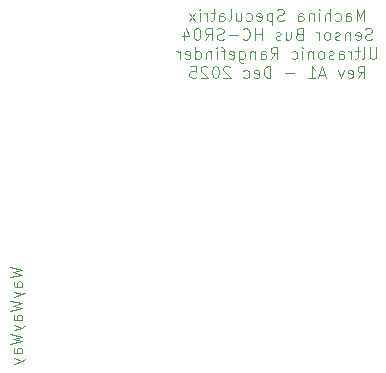
<source format=gbr>
%TF.GenerationSoftware,KiCad,Pcbnew,9.0.4*%
%TF.CreationDate,2025-12-10T09:51:26+01:00*%
%TF.ProjectId,SB_Mod_SR04,53425f4d-6f64-45f5-9352-30342e6b6963,rev?*%
%TF.SameCoordinates,Original*%
%TF.FileFunction,Legend,Bot*%
%TF.FilePolarity,Positive*%
%FSLAX46Y46*%
G04 Gerber Fmt 4.6, Leading zero omitted, Abs format (unit mm)*
G04 Created by KiCad (PCBNEW 9.0.4) date 2025-12-10 09:51:26*
%MOMM*%
%LPD*%
G01*
G04 APERTURE LIST*
%ADD10C,0.100000*%
G04 APERTURE END LIST*
D10*
X132298152Y-87371587D02*
X132298152Y-86371587D01*
X132298152Y-86371587D02*
X131964819Y-87085872D01*
X131964819Y-87085872D02*
X131631486Y-86371587D01*
X131631486Y-86371587D02*
X131631486Y-87371587D01*
X130726724Y-87371587D02*
X130726724Y-86847777D01*
X130726724Y-86847777D02*
X130774343Y-86752539D01*
X130774343Y-86752539D02*
X130869581Y-86704920D01*
X130869581Y-86704920D02*
X131060057Y-86704920D01*
X131060057Y-86704920D02*
X131155295Y-86752539D01*
X130726724Y-87323968D02*
X130821962Y-87371587D01*
X130821962Y-87371587D02*
X131060057Y-87371587D01*
X131060057Y-87371587D02*
X131155295Y-87323968D01*
X131155295Y-87323968D02*
X131202914Y-87228729D01*
X131202914Y-87228729D02*
X131202914Y-87133491D01*
X131202914Y-87133491D02*
X131155295Y-87038253D01*
X131155295Y-87038253D02*
X131060057Y-86990634D01*
X131060057Y-86990634D02*
X130821962Y-86990634D01*
X130821962Y-86990634D02*
X130726724Y-86943015D01*
X129821962Y-87323968D02*
X129917200Y-87371587D01*
X129917200Y-87371587D02*
X130107676Y-87371587D01*
X130107676Y-87371587D02*
X130202914Y-87323968D01*
X130202914Y-87323968D02*
X130250533Y-87276348D01*
X130250533Y-87276348D02*
X130298152Y-87181110D01*
X130298152Y-87181110D02*
X130298152Y-86895396D01*
X130298152Y-86895396D02*
X130250533Y-86800158D01*
X130250533Y-86800158D02*
X130202914Y-86752539D01*
X130202914Y-86752539D02*
X130107676Y-86704920D01*
X130107676Y-86704920D02*
X129917200Y-86704920D01*
X129917200Y-86704920D02*
X129821962Y-86752539D01*
X129393390Y-87371587D02*
X129393390Y-86371587D01*
X128964819Y-87371587D02*
X128964819Y-86847777D01*
X128964819Y-86847777D02*
X129012438Y-86752539D01*
X129012438Y-86752539D02*
X129107676Y-86704920D01*
X129107676Y-86704920D02*
X129250533Y-86704920D01*
X129250533Y-86704920D02*
X129345771Y-86752539D01*
X129345771Y-86752539D02*
X129393390Y-86800158D01*
X128488628Y-87371587D02*
X128488628Y-86704920D01*
X128488628Y-86371587D02*
X128536247Y-86419206D01*
X128536247Y-86419206D02*
X128488628Y-86466825D01*
X128488628Y-86466825D02*
X128441009Y-86419206D01*
X128441009Y-86419206D02*
X128488628Y-86371587D01*
X128488628Y-86371587D02*
X128488628Y-86466825D01*
X128012438Y-86704920D02*
X128012438Y-87371587D01*
X128012438Y-86800158D02*
X127964819Y-86752539D01*
X127964819Y-86752539D02*
X127869581Y-86704920D01*
X127869581Y-86704920D02*
X127726724Y-86704920D01*
X127726724Y-86704920D02*
X127631486Y-86752539D01*
X127631486Y-86752539D02*
X127583867Y-86847777D01*
X127583867Y-86847777D02*
X127583867Y-87371587D01*
X126679105Y-87371587D02*
X126679105Y-86847777D01*
X126679105Y-86847777D02*
X126726724Y-86752539D01*
X126726724Y-86752539D02*
X126821962Y-86704920D01*
X126821962Y-86704920D02*
X127012438Y-86704920D01*
X127012438Y-86704920D02*
X127107676Y-86752539D01*
X126679105Y-87323968D02*
X126774343Y-87371587D01*
X126774343Y-87371587D02*
X127012438Y-87371587D01*
X127012438Y-87371587D02*
X127107676Y-87323968D01*
X127107676Y-87323968D02*
X127155295Y-87228729D01*
X127155295Y-87228729D02*
X127155295Y-87133491D01*
X127155295Y-87133491D02*
X127107676Y-87038253D01*
X127107676Y-87038253D02*
X127012438Y-86990634D01*
X127012438Y-86990634D02*
X126774343Y-86990634D01*
X126774343Y-86990634D02*
X126679105Y-86943015D01*
X125488628Y-87323968D02*
X125345771Y-87371587D01*
X125345771Y-87371587D02*
X125107676Y-87371587D01*
X125107676Y-87371587D02*
X125012438Y-87323968D01*
X125012438Y-87323968D02*
X124964819Y-87276348D01*
X124964819Y-87276348D02*
X124917200Y-87181110D01*
X124917200Y-87181110D02*
X124917200Y-87085872D01*
X124917200Y-87085872D02*
X124964819Y-86990634D01*
X124964819Y-86990634D02*
X125012438Y-86943015D01*
X125012438Y-86943015D02*
X125107676Y-86895396D01*
X125107676Y-86895396D02*
X125298152Y-86847777D01*
X125298152Y-86847777D02*
X125393390Y-86800158D01*
X125393390Y-86800158D02*
X125441009Y-86752539D01*
X125441009Y-86752539D02*
X125488628Y-86657301D01*
X125488628Y-86657301D02*
X125488628Y-86562063D01*
X125488628Y-86562063D02*
X125441009Y-86466825D01*
X125441009Y-86466825D02*
X125393390Y-86419206D01*
X125393390Y-86419206D02*
X125298152Y-86371587D01*
X125298152Y-86371587D02*
X125060057Y-86371587D01*
X125060057Y-86371587D02*
X124917200Y-86419206D01*
X124488628Y-86704920D02*
X124488628Y-87704920D01*
X124488628Y-86752539D02*
X124393390Y-86704920D01*
X124393390Y-86704920D02*
X124202914Y-86704920D01*
X124202914Y-86704920D02*
X124107676Y-86752539D01*
X124107676Y-86752539D02*
X124060057Y-86800158D01*
X124060057Y-86800158D02*
X124012438Y-86895396D01*
X124012438Y-86895396D02*
X124012438Y-87181110D01*
X124012438Y-87181110D02*
X124060057Y-87276348D01*
X124060057Y-87276348D02*
X124107676Y-87323968D01*
X124107676Y-87323968D02*
X124202914Y-87371587D01*
X124202914Y-87371587D02*
X124393390Y-87371587D01*
X124393390Y-87371587D02*
X124488628Y-87323968D01*
X123202914Y-87323968D02*
X123298152Y-87371587D01*
X123298152Y-87371587D02*
X123488628Y-87371587D01*
X123488628Y-87371587D02*
X123583866Y-87323968D01*
X123583866Y-87323968D02*
X123631485Y-87228729D01*
X123631485Y-87228729D02*
X123631485Y-86847777D01*
X123631485Y-86847777D02*
X123583866Y-86752539D01*
X123583866Y-86752539D02*
X123488628Y-86704920D01*
X123488628Y-86704920D02*
X123298152Y-86704920D01*
X123298152Y-86704920D02*
X123202914Y-86752539D01*
X123202914Y-86752539D02*
X123155295Y-86847777D01*
X123155295Y-86847777D02*
X123155295Y-86943015D01*
X123155295Y-86943015D02*
X123631485Y-87038253D01*
X122298152Y-87323968D02*
X122393390Y-87371587D01*
X122393390Y-87371587D02*
X122583866Y-87371587D01*
X122583866Y-87371587D02*
X122679104Y-87323968D01*
X122679104Y-87323968D02*
X122726723Y-87276348D01*
X122726723Y-87276348D02*
X122774342Y-87181110D01*
X122774342Y-87181110D02*
X122774342Y-86895396D01*
X122774342Y-86895396D02*
X122726723Y-86800158D01*
X122726723Y-86800158D02*
X122679104Y-86752539D01*
X122679104Y-86752539D02*
X122583866Y-86704920D01*
X122583866Y-86704920D02*
X122393390Y-86704920D01*
X122393390Y-86704920D02*
X122298152Y-86752539D01*
X121441009Y-86704920D02*
X121441009Y-87371587D01*
X121869580Y-86704920D02*
X121869580Y-87228729D01*
X121869580Y-87228729D02*
X121821961Y-87323968D01*
X121821961Y-87323968D02*
X121726723Y-87371587D01*
X121726723Y-87371587D02*
X121583866Y-87371587D01*
X121583866Y-87371587D02*
X121488628Y-87323968D01*
X121488628Y-87323968D02*
X121441009Y-87276348D01*
X120821961Y-87371587D02*
X120917199Y-87323968D01*
X120917199Y-87323968D02*
X120964818Y-87228729D01*
X120964818Y-87228729D02*
X120964818Y-86371587D01*
X120012437Y-87371587D02*
X120012437Y-86847777D01*
X120012437Y-86847777D02*
X120060056Y-86752539D01*
X120060056Y-86752539D02*
X120155294Y-86704920D01*
X120155294Y-86704920D02*
X120345770Y-86704920D01*
X120345770Y-86704920D02*
X120441008Y-86752539D01*
X120012437Y-87323968D02*
X120107675Y-87371587D01*
X120107675Y-87371587D02*
X120345770Y-87371587D01*
X120345770Y-87371587D02*
X120441008Y-87323968D01*
X120441008Y-87323968D02*
X120488627Y-87228729D01*
X120488627Y-87228729D02*
X120488627Y-87133491D01*
X120488627Y-87133491D02*
X120441008Y-87038253D01*
X120441008Y-87038253D02*
X120345770Y-86990634D01*
X120345770Y-86990634D02*
X120107675Y-86990634D01*
X120107675Y-86990634D02*
X120012437Y-86943015D01*
X119679103Y-86704920D02*
X119298151Y-86704920D01*
X119536246Y-86371587D02*
X119536246Y-87228729D01*
X119536246Y-87228729D02*
X119488627Y-87323968D01*
X119488627Y-87323968D02*
X119393389Y-87371587D01*
X119393389Y-87371587D02*
X119298151Y-87371587D01*
X118964817Y-87371587D02*
X118964817Y-86704920D01*
X118964817Y-86895396D02*
X118917198Y-86800158D01*
X118917198Y-86800158D02*
X118869579Y-86752539D01*
X118869579Y-86752539D02*
X118774341Y-86704920D01*
X118774341Y-86704920D02*
X118679103Y-86704920D01*
X118345769Y-87371587D02*
X118345769Y-86704920D01*
X118345769Y-86371587D02*
X118393388Y-86419206D01*
X118393388Y-86419206D02*
X118345769Y-86466825D01*
X118345769Y-86466825D02*
X118298150Y-86419206D01*
X118298150Y-86419206D02*
X118345769Y-86371587D01*
X118345769Y-86371587D02*
X118345769Y-86466825D01*
X117964817Y-87371587D02*
X117441008Y-86704920D01*
X117964817Y-86704920D02*
X117441008Y-87371587D01*
X132941009Y-88933912D02*
X132798152Y-88981531D01*
X132798152Y-88981531D02*
X132560057Y-88981531D01*
X132560057Y-88981531D02*
X132464819Y-88933912D01*
X132464819Y-88933912D02*
X132417200Y-88886292D01*
X132417200Y-88886292D02*
X132369581Y-88791054D01*
X132369581Y-88791054D02*
X132369581Y-88695816D01*
X132369581Y-88695816D02*
X132417200Y-88600578D01*
X132417200Y-88600578D02*
X132464819Y-88552959D01*
X132464819Y-88552959D02*
X132560057Y-88505340D01*
X132560057Y-88505340D02*
X132750533Y-88457721D01*
X132750533Y-88457721D02*
X132845771Y-88410102D01*
X132845771Y-88410102D02*
X132893390Y-88362483D01*
X132893390Y-88362483D02*
X132941009Y-88267245D01*
X132941009Y-88267245D02*
X132941009Y-88172007D01*
X132941009Y-88172007D02*
X132893390Y-88076769D01*
X132893390Y-88076769D02*
X132845771Y-88029150D01*
X132845771Y-88029150D02*
X132750533Y-87981531D01*
X132750533Y-87981531D02*
X132512438Y-87981531D01*
X132512438Y-87981531D02*
X132369581Y-88029150D01*
X131560057Y-88933912D02*
X131655295Y-88981531D01*
X131655295Y-88981531D02*
X131845771Y-88981531D01*
X131845771Y-88981531D02*
X131941009Y-88933912D01*
X131941009Y-88933912D02*
X131988628Y-88838673D01*
X131988628Y-88838673D02*
X131988628Y-88457721D01*
X131988628Y-88457721D02*
X131941009Y-88362483D01*
X131941009Y-88362483D02*
X131845771Y-88314864D01*
X131845771Y-88314864D02*
X131655295Y-88314864D01*
X131655295Y-88314864D02*
X131560057Y-88362483D01*
X131560057Y-88362483D02*
X131512438Y-88457721D01*
X131512438Y-88457721D02*
X131512438Y-88552959D01*
X131512438Y-88552959D02*
X131988628Y-88648197D01*
X131083866Y-88314864D02*
X131083866Y-88981531D01*
X131083866Y-88410102D02*
X131036247Y-88362483D01*
X131036247Y-88362483D02*
X130941009Y-88314864D01*
X130941009Y-88314864D02*
X130798152Y-88314864D01*
X130798152Y-88314864D02*
X130702914Y-88362483D01*
X130702914Y-88362483D02*
X130655295Y-88457721D01*
X130655295Y-88457721D02*
X130655295Y-88981531D01*
X130226723Y-88933912D02*
X130131485Y-88981531D01*
X130131485Y-88981531D02*
X129941009Y-88981531D01*
X129941009Y-88981531D02*
X129845771Y-88933912D01*
X129845771Y-88933912D02*
X129798152Y-88838673D01*
X129798152Y-88838673D02*
X129798152Y-88791054D01*
X129798152Y-88791054D02*
X129845771Y-88695816D01*
X129845771Y-88695816D02*
X129941009Y-88648197D01*
X129941009Y-88648197D02*
X130083866Y-88648197D01*
X130083866Y-88648197D02*
X130179104Y-88600578D01*
X130179104Y-88600578D02*
X130226723Y-88505340D01*
X130226723Y-88505340D02*
X130226723Y-88457721D01*
X130226723Y-88457721D02*
X130179104Y-88362483D01*
X130179104Y-88362483D02*
X130083866Y-88314864D01*
X130083866Y-88314864D02*
X129941009Y-88314864D01*
X129941009Y-88314864D02*
X129845771Y-88362483D01*
X129226723Y-88981531D02*
X129321961Y-88933912D01*
X129321961Y-88933912D02*
X129369580Y-88886292D01*
X129369580Y-88886292D02*
X129417199Y-88791054D01*
X129417199Y-88791054D02*
X129417199Y-88505340D01*
X129417199Y-88505340D02*
X129369580Y-88410102D01*
X129369580Y-88410102D02*
X129321961Y-88362483D01*
X129321961Y-88362483D02*
X129226723Y-88314864D01*
X129226723Y-88314864D02*
X129083866Y-88314864D01*
X129083866Y-88314864D02*
X128988628Y-88362483D01*
X128988628Y-88362483D02*
X128941009Y-88410102D01*
X128941009Y-88410102D02*
X128893390Y-88505340D01*
X128893390Y-88505340D02*
X128893390Y-88791054D01*
X128893390Y-88791054D02*
X128941009Y-88886292D01*
X128941009Y-88886292D02*
X128988628Y-88933912D01*
X128988628Y-88933912D02*
X129083866Y-88981531D01*
X129083866Y-88981531D02*
X129226723Y-88981531D01*
X128464818Y-88981531D02*
X128464818Y-88314864D01*
X128464818Y-88505340D02*
X128417199Y-88410102D01*
X128417199Y-88410102D02*
X128369580Y-88362483D01*
X128369580Y-88362483D02*
X128274342Y-88314864D01*
X128274342Y-88314864D02*
X128179104Y-88314864D01*
X126750532Y-88457721D02*
X126607675Y-88505340D01*
X126607675Y-88505340D02*
X126560056Y-88552959D01*
X126560056Y-88552959D02*
X126512437Y-88648197D01*
X126512437Y-88648197D02*
X126512437Y-88791054D01*
X126512437Y-88791054D02*
X126560056Y-88886292D01*
X126560056Y-88886292D02*
X126607675Y-88933912D01*
X126607675Y-88933912D02*
X126702913Y-88981531D01*
X126702913Y-88981531D02*
X127083865Y-88981531D01*
X127083865Y-88981531D02*
X127083865Y-87981531D01*
X127083865Y-87981531D02*
X126750532Y-87981531D01*
X126750532Y-87981531D02*
X126655294Y-88029150D01*
X126655294Y-88029150D02*
X126607675Y-88076769D01*
X126607675Y-88076769D02*
X126560056Y-88172007D01*
X126560056Y-88172007D02*
X126560056Y-88267245D01*
X126560056Y-88267245D02*
X126607675Y-88362483D01*
X126607675Y-88362483D02*
X126655294Y-88410102D01*
X126655294Y-88410102D02*
X126750532Y-88457721D01*
X126750532Y-88457721D02*
X127083865Y-88457721D01*
X125655294Y-88314864D02*
X125655294Y-88981531D01*
X126083865Y-88314864D02*
X126083865Y-88838673D01*
X126083865Y-88838673D02*
X126036246Y-88933912D01*
X126036246Y-88933912D02*
X125941008Y-88981531D01*
X125941008Y-88981531D02*
X125798151Y-88981531D01*
X125798151Y-88981531D02*
X125702913Y-88933912D01*
X125702913Y-88933912D02*
X125655294Y-88886292D01*
X125226722Y-88933912D02*
X125131484Y-88981531D01*
X125131484Y-88981531D02*
X124941008Y-88981531D01*
X124941008Y-88981531D02*
X124845770Y-88933912D01*
X124845770Y-88933912D02*
X124798151Y-88838673D01*
X124798151Y-88838673D02*
X124798151Y-88791054D01*
X124798151Y-88791054D02*
X124845770Y-88695816D01*
X124845770Y-88695816D02*
X124941008Y-88648197D01*
X124941008Y-88648197D02*
X125083865Y-88648197D01*
X125083865Y-88648197D02*
X125179103Y-88600578D01*
X125179103Y-88600578D02*
X125226722Y-88505340D01*
X125226722Y-88505340D02*
X125226722Y-88457721D01*
X125226722Y-88457721D02*
X125179103Y-88362483D01*
X125179103Y-88362483D02*
X125083865Y-88314864D01*
X125083865Y-88314864D02*
X124941008Y-88314864D01*
X124941008Y-88314864D02*
X124845770Y-88362483D01*
X123607674Y-88981531D02*
X123607674Y-87981531D01*
X123607674Y-88457721D02*
X123036246Y-88457721D01*
X123036246Y-88981531D02*
X123036246Y-87981531D01*
X121988627Y-88886292D02*
X122036246Y-88933912D01*
X122036246Y-88933912D02*
X122179103Y-88981531D01*
X122179103Y-88981531D02*
X122274341Y-88981531D01*
X122274341Y-88981531D02*
X122417198Y-88933912D01*
X122417198Y-88933912D02*
X122512436Y-88838673D01*
X122512436Y-88838673D02*
X122560055Y-88743435D01*
X122560055Y-88743435D02*
X122607674Y-88552959D01*
X122607674Y-88552959D02*
X122607674Y-88410102D01*
X122607674Y-88410102D02*
X122560055Y-88219626D01*
X122560055Y-88219626D02*
X122512436Y-88124388D01*
X122512436Y-88124388D02*
X122417198Y-88029150D01*
X122417198Y-88029150D02*
X122274341Y-87981531D01*
X122274341Y-87981531D02*
X122179103Y-87981531D01*
X122179103Y-87981531D02*
X122036246Y-88029150D01*
X122036246Y-88029150D02*
X121988627Y-88076769D01*
X121560055Y-88600578D02*
X120798151Y-88600578D01*
X120369579Y-88933912D02*
X120226722Y-88981531D01*
X120226722Y-88981531D02*
X119988627Y-88981531D01*
X119988627Y-88981531D02*
X119893389Y-88933912D01*
X119893389Y-88933912D02*
X119845770Y-88886292D01*
X119845770Y-88886292D02*
X119798151Y-88791054D01*
X119798151Y-88791054D02*
X119798151Y-88695816D01*
X119798151Y-88695816D02*
X119845770Y-88600578D01*
X119845770Y-88600578D02*
X119893389Y-88552959D01*
X119893389Y-88552959D02*
X119988627Y-88505340D01*
X119988627Y-88505340D02*
X120179103Y-88457721D01*
X120179103Y-88457721D02*
X120274341Y-88410102D01*
X120274341Y-88410102D02*
X120321960Y-88362483D01*
X120321960Y-88362483D02*
X120369579Y-88267245D01*
X120369579Y-88267245D02*
X120369579Y-88172007D01*
X120369579Y-88172007D02*
X120321960Y-88076769D01*
X120321960Y-88076769D02*
X120274341Y-88029150D01*
X120274341Y-88029150D02*
X120179103Y-87981531D01*
X120179103Y-87981531D02*
X119941008Y-87981531D01*
X119941008Y-87981531D02*
X119798151Y-88029150D01*
X118798151Y-88981531D02*
X119131484Y-88505340D01*
X119369579Y-88981531D02*
X119369579Y-87981531D01*
X119369579Y-87981531D02*
X118988627Y-87981531D01*
X118988627Y-87981531D02*
X118893389Y-88029150D01*
X118893389Y-88029150D02*
X118845770Y-88076769D01*
X118845770Y-88076769D02*
X118798151Y-88172007D01*
X118798151Y-88172007D02*
X118798151Y-88314864D01*
X118798151Y-88314864D02*
X118845770Y-88410102D01*
X118845770Y-88410102D02*
X118893389Y-88457721D01*
X118893389Y-88457721D02*
X118988627Y-88505340D01*
X118988627Y-88505340D02*
X119369579Y-88505340D01*
X118179103Y-87981531D02*
X118083865Y-87981531D01*
X118083865Y-87981531D02*
X117988627Y-88029150D01*
X117988627Y-88029150D02*
X117941008Y-88076769D01*
X117941008Y-88076769D02*
X117893389Y-88172007D01*
X117893389Y-88172007D02*
X117845770Y-88362483D01*
X117845770Y-88362483D02*
X117845770Y-88600578D01*
X117845770Y-88600578D02*
X117893389Y-88791054D01*
X117893389Y-88791054D02*
X117941008Y-88886292D01*
X117941008Y-88886292D02*
X117988627Y-88933912D01*
X117988627Y-88933912D02*
X118083865Y-88981531D01*
X118083865Y-88981531D02*
X118179103Y-88981531D01*
X118179103Y-88981531D02*
X118274341Y-88933912D01*
X118274341Y-88933912D02*
X118321960Y-88886292D01*
X118321960Y-88886292D02*
X118369579Y-88791054D01*
X118369579Y-88791054D02*
X118417198Y-88600578D01*
X118417198Y-88600578D02*
X118417198Y-88362483D01*
X118417198Y-88362483D02*
X118369579Y-88172007D01*
X118369579Y-88172007D02*
X118321960Y-88076769D01*
X118321960Y-88076769D02*
X118274341Y-88029150D01*
X118274341Y-88029150D02*
X118179103Y-87981531D01*
X116988627Y-88314864D02*
X116988627Y-88981531D01*
X117226722Y-87933912D02*
X117464817Y-88648197D01*
X117464817Y-88648197D02*
X116845770Y-88648197D01*
X133321962Y-89591475D02*
X133321962Y-90400998D01*
X133321962Y-90400998D02*
X133274343Y-90496236D01*
X133274343Y-90496236D02*
X133226724Y-90543856D01*
X133226724Y-90543856D02*
X133131486Y-90591475D01*
X133131486Y-90591475D02*
X132941010Y-90591475D01*
X132941010Y-90591475D02*
X132845772Y-90543856D01*
X132845772Y-90543856D02*
X132798153Y-90496236D01*
X132798153Y-90496236D02*
X132750534Y-90400998D01*
X132750534Y-90400998D02*
X132750534Y-89591475D01*
X132131486Y-90591475D02*
X132226724Y-90543856D01*
X132226724Y-90543856D02*
X132274343Y-90448617D01*
X132274343Y-90448617D02*
X132274343Y-89591475D01*
X131893390Y-89924808D02*
X131512438Y-89924808D01*
X131750533Y-89591475D02*
X131750533Y-90448617D01*
X131750533Y-90448617D02*
X131702914Y-90543856D01*
X131702914Y-90543856D02*
X131607676Y-90591475D01*
X131607676Y-90591475D02*
X131512438Y-90591475D01*
X131179104Y-90591475D02*
X131179104Y-89924808D01*
X131179104Y-90115284D02*
X131131485Y-90020046D01*
X131131485Y-90020046D02*
X131083866Y-89972427D01*
X131083866Y-89972427D02*
X130988628Y-89924808D01*
X130988628Y-89924808D02*
X130893390Y-89924808D01*
X130131485Y-90591475D02*
X130131485Y-90067665D01*
X130131485Y-90067665D02*
X130179104Y-89972427D01*
X130179104Y-89972427D02*
X130274342Y-89924808D01*
X130274342Y-89924808D02*
X130464818Y-89924808D01*
X130464818Y-89924808D02*
X130560056Y-89972427D01*
X130131485Y-90543856D02*
X130226723Y-90591475D01*
X130226723Y-90591475D02*
X130464818Y-90591475D01*
X130464818Y-90591475D02*
X130560056Y-90543856D01*
X130560056Y-90543856D02*
X130607675Y-90448617D01*
X130607675Y-90448617D02*
X130607675Y-90353379D01*
X130607675Y-90353379D02*
X130560056Y-90258141D01*
X130560056Y-90258141D02*
X130464818Y-90210522D01*
X130464818Y-90210522D02*
X130226723Y-90210522D01*
X130226723Y-90210522D02*
X130131485Y-90162903D01*
X129702913Y-90543856D02*
X129607675Y-90591475D01*
X129607675Y-90591475D02*
X129417199Y-90591475D01*
X129417199Y-90591475D02*
X129321961Y-90543856D01*
X129321961Y-90543856D02*
X129274342Y-90448617D01*
X129274342Y-90448617D02*
X129274342Y-90400998D01*
X129274342Y-90400998D02*
X129321961Y-90305760D01*
X129321961Y-90305760D02*
X129417199Y-90258141D01*
X129417199Y-90258141D02*
X129560056Y-90258141D01*
X129560056Y-90258141D02*
X129655294Y-90210522D01*
X129655294Y-90210522D02*
X129702913Y-90115284D01*
X129702913Y-90115284D02*
X129702913Y-90067665D01*
X129702913Y-90067665D02*
X129655294Y-89972427D01*
X129655294Y-89972427D02*
X129560056Y-89924808D01*
X129560056Y-89924808D02*
X129417199Y-89924808D01*
X129417199Y-89924808D02*
X129321961Y-89972427D01*
X128702913Y-90591475D02*
X128798151Y-90543856D01*
X128798151Y-90543856D02*
X128845770Y-90496236D01*
X128845770Y-90496236D02*
X128893389Y-90400998D01*
X128893389Y-90400998D02*
X128893389Y-90115284D01*
X128893389Y-90115284D02*
X128845770Y-90020046D01*
X128845770Y-90020046D02*
X128798151Y-89972427D01*
X128798151Y-89972427D02*
X128702913Y-89924808D01*
X128702913Y-89924808D02*
X128560056Y-89924808D01*
X128560056Y-89924808D02*
X128464818Y-89972427D01*
X128464818Y-89972427D02*
X128417199Y-90020046D01*
X128417199Y-90020046D02*
X128369580Y-90115284D01*
X128369580Y-90115284D02*
X128369580Y-90400998D01*
X128369580Y-90400998D02*
X128417199Y-90496236D01*
X128417199Y-90496236D02*
X128464818Y-90543856D01*
X128464818Y-90543856D02*
X128560056Y-90591475D01*
X128560056Y-90591475D02*
X128702913Y-90591475D01*
X127941008Y-89924808D02*
X127941008Y-90591475D01*
X127941008Y-90020046D02*
X127893389Y-89972427D01*
X127893389Y-89972427D02*
X127798151Y-89924808D01*
X127798151Y-89924808D02*
X127655294Y-89924808D01*
X127655294Y-89924808D02*
X127560056Y-89972427D01*
X127560056Y-89972427D02*
X127512437Y-90067665D01*
X127512437Y-90067665D02*
X127512437Y-90591475D01*
X127036246Y-90591475D02*
X127036246Y-89924808D01*
X127036246Y-89591475D02*
X127083865Y-89639094D01*
X127083865Y-89639094D02*
X127036246Y-89686713D01*
X127036246Y-89686713D02*
X126988627Y-89639094D01*
X126988627Y-89639094D02*
X127036246Y-89591475D01*
X127036246Y-89591475D02*
X127036246Y-89686713D01*
X126131485Y-90543856D02*
X126226723Y-90591475D01*
X126226723Y-90591475D02*
X126417199Y-90591475D01*
X126417199Y-90591475D02*
X126512437Y-90543856D01*
X126512437Y-90543856D02*
X126560056Y-90496236D01*
X126560056Y-90496236D02*
X126607675Y-90400998D01*
X126607675Y-90400998D02*
X126607675Y-90115284D01*
X126607675Y-90115284D02*
X126560056Y-90020046D01*
X126560056Y-90020046D02*
X126512437Y-89972427D01*
X126512437Y-89972427D02*
X126417199Y-89924808D01*
X126417199Y-89924808D02*
X126226723Y-89924808D01*
X126226723Y-89924808D02*
X126131485Y-89972427D01*
X124369580Y-90591475D02*
X124702913Y-90115284D01*
X124941008Y-90591475D02*
X124941008Y-89591475D01*
X124941008Y-89591475D02*
X124560056Y-89591475D01*
X124560056Y-89591475D02*
X124464818Y-89639094D01*
X124464818Y-89639094D02*
X124417199Y-89686713D01*
X124417199Y-89686713D02*
X124369580Y-89781951D01*
X124369580Y-89781951D02*
X124369580Y-89924808D01*
X124369580Y-89924808D02*
X124417199Y-90020046D01*
X124417199Y-90020046D02*
X124464818Y-90067665D01*
X124464818Y-90067665D02*
X124560056Y-90115284D01*
X124560056Y-90115284D02*
X124941008Y-90115284D01*
X123512437Y-90591475D02*
X123512437Y-90067665D01*
X123512437Y-90067665D02*
X123560056Y-89972427D01*
X123560056Y-89972427D02*
X123655294Y-89924808D01*
X123655294Y-89924808D02*
X123845770Y-89924808D01*
X123845770Y-89924808D02*
X123941008Y-89972427D01*
X123512437Y-90543856D02*
X123607675Y-90591475D01*
X123607675Y-90591475D02*
X123845770Y-90591475D01*
X123845770Y-90591475D02*
X123941008Y-90543856D01*
X123941008Y-90543856D02*
X123988627Y-90448617D01*
X123988627Y-90448617D02*
X123988627Y-90353379D01*
X123988627Y-90353379D02*
X123941008Y-90258141D01*
X123941008Y-90258141D02*
X123845770Y-90210522D01*
X123845770Y-90210522D02*
X123607675Y-90210522D01*
X123607675Y-90210522D02*
X123512437Y-90162903D01*
X123036246Y-89924808D02*
X123036246Y-90591475D01*
X123036246Y-90020046D02*
X122988627Y-89972427D01*
X122988627Y-89972427D02*
X122893389Y-89924808D01*
X122893389Y-89924808D02*
X122750532Y-89924808D01*
X122750532Y-89924808D02*
X122655294Y-89972427D01*
X122655294Y-89972427D02*
X122607675Y-90067665D01*
X122607675Y-90067665D02*
X122607675Y-90591475D01*
X121702913Y-89924808D02*
X121702913Y-90734332D01*
X121702913Y-90734332D02*
X121750532Y-90829570D01*
X121750532Y-90829570D02*
X121798151Y-90877189D01*
X121798151Y-90877189D02*
X121893389Y-90924808D01*
X121893389Y-90924808D02*
X122036246Y-90924808D01*
X122036246Y-90924808D02*
X122131484Y-90877189D01*
X121702913Y-90543856D02*
X121798151Y-90591475D01*
X121798151Y-90591475D02*
X121988627Y-90591475D01*
X121988627Y-90591475D02*
X122083865Y-90543856D01*
X122083865Y-90543856D02*
X122131484Y-90496236D01*
X122131484Y-90496236D02*
X122179103Y-90400998D01*
X122179103Y-90400998D02*
X122179103Y-90115284D01*
X122179103Y-90115284D02*
X122131484Y-90020046D01*
X122131484Y-90020046D02*
X122083865Y-89972427D01*
X122083865Y-89972427D02*
X121988627Y-89924808D01*
X121988627Y-89924808D02*
X121798151Y-89924808D01*
X121798151Y-89924808D02*
X121702913Y-89972427D01*
X120845770Y-90543856D02*
X120941008Y-90591475D01*
X120941008Y-90591475D02*
X121131484Y-90591475D01*
X121131484Y-90591475D02*
X121226722Y-90543856D01*
X121226722Y-90543856D02*
X121274341Y-90448617D01*
X121274341Y-90448617D02*
X121274341Y-90067665D01*
X121274341Y-90067665D02*
X121226722Y-89972427D01*
X121226722Y-89972427D02*
X121131484Y-89924808D01*
X121131484Y-89924808D02*
X120941008Y-89924808D01*
X120941008Y-89924808D02*
X120845770Y-89972427D01*
X120845770Y-89972427D02*
X120798151Y-90067665D01*
X120798151Y-90067665D02*
X120798151Y-90162903D01*
X120798151Y-90162903D02*
X121274341Y-90258141D01*
X120512436Y-89924808D02*
X120131484Y-89924808D01*
X120369579Y-90591475D02*
X120369579Y-89734332D01*
X120369579Y-89734332D02*
X120321960Y-89639094D01*
X120321960Y-89639094D02*
X120226722Y-89591475D01*
X120226722Y-89591475D02*
X120131484Y-89591475D01*
X119798150Y-90591475D02*
X119798150Y-89924808D01*
X119798150Y-89591475D02*
X119845769Y-89639094D01*
X119845769Y-89639094D02*
X119798150Y-89686713D01*
X119798150Y-89686713D02*
X119750531Y-89639094D01*
X119750531Y-89639094D02*
X119798150Y-89591475D01*
X119798150Y-89591475D02*
X119798150Y-89686713D01*
X119321960Y-89924808D02*
X119321960Y-90591475D01*
X119321960Y-90020046D02*
X119274341Y-89972427D01*
X119274341Y-89972427D02*
X119179103Y-89924808D01*
X119179103Y-89924808D02*
X119036246Y-89924808D01*
X119036246Y-89924808D02*
X118941008Y-89972427D01*
X118941008Y-89972427D02*
X118893389Y-90067665D01*
X118893389Y-90067665D02*
X118893389Y-90591475D01*
X117988627Y-90591475D02*
X117988627Y-89591475D01*
X117988627Y-90543856D02*
X118083865Y-90591475D01*
X118083865Y-90591475D02*
X118274341Y-90591475D01*
X118274341Y-90591475D02*
X118369579Y-90543856D01*
X118369579Y-90543856D02*
X118417198Y-90496236D01*
X118417198Y-90496236D02*
X118464817Y-90400998D01*
X118464817Y-90400998D02*
X118464817Y-90115284D01*
X118464817Y-90115284D02*
X118417198Y-90020046D01*
X118417198Y-90020046D02*
X118369579Y-89972427D01*
X118369579Y-89972427D02*
X118274341Y-89924808D01*
X118274341Y-89924808D02*
X118083865Y-89924808D01*
X118083865Y-89924808D02*
X117988627Y-89972427D01*
X117131484Y-90543856D02*
X117226722Y-90591475D01*
X117226722Y-90591475D02*
X117417198Y-90591475D01*
X117417198Y-90591475D02*
X117512436Y-90543856D01*
X117512436Y-90543856D02*
X117560055Y-90448617D01*
X117560055Y-90448617D02*
X117560055Y-90067665D01*
X117560055Y-90067665D02*
X117512436Y-89972427D01*
X117512436Y-89972427D02*
X117417198Y-89924808D01*
X117417198Y-89924808D02*
X117226722Y-89924808D01*
X117226722Y-89924808D02*
X117131484Y-89972427D01*
X117131484Y-89972427D02*
X117083865Y-90067665D01*
X117083865Y-90067665D02*
X117083865Y-90162903D01*
X117083865Y-90162903D02*
X117560055Y-90258141D01*
X116655293Y-90591475D02*
X116655293Y-89924808D01*
X116655293Y-90115284D02*
X116607674Y-90020046D01*
X116607674Y-90020046D02*
X116560055Y-89972427D01*
X116560055Y-89972427D02*
X116464817Y-89924808D01*
X116464817Y-89924808D02*
X116369579Y-89924808D01*
X131726724Y-92201419D02*
X132060057Y-91725228D01*
X132298152Y-92201419D02*
X132298152Y-91201419D01*
X132298152Y-91201419D02*
X131917200Y-91201419D01*
X131917200Y-91201419D02*
X131821962Y-91249038D01*
X131821962Y-91249038D02*
X131774343Y-91296657D01*
X131774343Y-91296657D02*
X131726724Y-91391895D01*
X131726724Y-91391895D02*
X131726724Y-91534752D01*
X131726724Y-91534752D02*
X131774343Y-91629990D01*
X131774343Y-91629990D02*
X131821962Y-91677609D01*
X131821962Y-91677609D02*
X131917200Y-91725228D01*
X131917200Y-91725228D02*
X132298152Y-91725228D01*
X130917200Y-92153800D02*
X131012438Y-92201419D01*
X131012438Y-92201419D02*
X131202914Y-92201419D01*
X131202914Y-92201419D02*
X131298152Y-92153800D01*
X131298152Y-92153800D02*
X131345771Y-92058561D01*
X131345771Y-92058561D02*
X131345771Y-91677609D01*
X131345771Y-91677609D02*
X131298152Y-91582371D01*
X131298152Y-91582371D02*
X131202914Y-91534752D01*
X131202914Y-91534752D02*
X131012438Y-91534752D01*
X131012438Y-91534752D02*
X130917200Y-91582371D01*
X130917200Y-91582371D02*
X130869581Y-91677609D01*
X130869581Y-91677609D02*
X130869581Y-91772847D01*
X130869581Y-91772847D02*
X131345771Y-91868085D01*
X130536247Y-91534752D02*
X130298152Y-92201419D01*
X130298152Y-92201419D02*
X130060057Y-91534752D01*
X128964818Y-91915704D02*
X128488628Y-91915704D01*
X129060056Y-92201419D02*
X128726723Y-91201419D01*
X128726723Y-91201419D02*
X128393390Y-92201419D01*
X127536247Y-92201419D02*
X128107675Y-92201419D01*
X127821961Y-92201419D02*
X127821961Y-91201419D01*
X127821961Y-91201419D02*
X127917199Y-91344276D01*
X127917199Y-91344276D02*
X128012437Y-91439514D01*
X128012437Y-91439514D02*
X128107675Y-91487133D01*
X126345770Y-91820466D02*
X125583866Y-91820466D01*
X124345770Y-92201419D02*
X124345770Y-91201419D01*
X124345770Y-91201419D02*
X124107675Y-91201419D01*
X124107675Y-91201419D02*
X123964818Y-91249038D01*
X123964818Y-91249038D02*
X123869580Y-91344276D01*
X123869580Y-91344276D02*
X123821961Y-91439514D01*
X123821961Y-91439514D02*
X123774342Y-91629990D01*
X123774342Y-91629990D02*
X123774342Y-91772847D01*
X123774342Y-91772847D02*
X123821961Y-91963323D01*
X123821961Y-91963323D02*
X123869580Y-92058561D01*
X123869580Y-92058561D02*
X123964818Y-92153800D01*
X123964818Y-92153800D02*
X124107675Y-92201419D01*
X124107675Y-92201419D02*
X124345770Y-92201419D01*
X122964818Y-92153800D02*
X123060056Y-92201419D01*
X123060056Y-92201419D02*
X123250532Y-92201419D01*
X123250532Y-92201419D02*
X123345770Y-92153800D01*
X123345770Y-92153800D02*
X123393389Y-92058561D01*
X123393389Y-92058561D02*
X123393389Y-91677609D01*
X123393389Y-91677609D02*
X123345770Y-91582371D01*
X123345770Y-91582371D02*
X123250532Y-91534752D01*
X123250532Y-91534752D02*
X123060056Y-91534752D01*
X123060056Y-91534752D02*
X122964818Y-91582371D01*
X122964818Y-91582371D02*
X122917199Y-91677609D01*
X122917199Y-91677609D02*
X122917199Y-91772847D01*
X122917199Y-91772847D02*
X123393389Y-91868085D01*
X122060056Y-92153800D02*
X122155294Y-92201419D01*
X122155294Y-92201419D02*
X122345770Y-92201419D01*
X122345770Y-92201419D02*
X122441008Y-92153800D01*
X122441008Y-92153800D02*
X122488627Y-92106180D01*
X122488627Y-92106180D02*
X122536246Y-92010942D01*
X122536246Y-92010942D02*
X122536246Y-91725228D01*
X122536246Y-91725228D02*
X122488627Y-91629990D01*
X122488627Y-91629990D02*
X122441008Y-91582371D01*
X122441008Y-91582371D02*
X122345770Y-91534752D01*
X122345770Y-91534752D02*
X122155294Y-91534752D01*
X122155294Y-91534752D02*
X122060056Y-91582371D01*
X120917198Y-91296657D02*
X120869579Y-91249038D01*
X120869579Y-91249038D02*
X120774341Y-91201419D01*
X120774341Y-91201419D02*
X120536246Y-91201419D01*
X120536246Y-91201419D02*
X120441008Y-91249038D01*
X120441008Y-91249038D02*
X120393389Y-91296657D01*
X120393389Y-91296657D02*
X120345770Y-91391895D01*
X120345770Y-91391895D02*
X120345770Y-91487133D01*
X120345770Y-91487133D02*
X120393389Y-91629990D01*
X120393389Y-91629990D02*
X120964817Y-92201419D01*
X120964817Y-92201419D02*
X120345770Y-92201419D01*
X119726722Y-91201419D02*
X119631484Y-91201419D01*
X119631484Y-91201419D02*
X119536246Y-91249038D01*
X119536246Y-91249038D02*
X119488627Y-91296657D01*
X119488627Y-91296657D02*
X119441008Y-91391895D01*
X119441008Y-91391895D02*
X119393389Y-91582371D01*
X119393389Y-91582371D02*
X119393389Y-91820466D01*
X119393389Y-91820466D02*
X119441008Y-92010942D01*
X119441008Y-92010942D02*
X119488627Y-92106180D01*
X119488627Y-92106180D02*
X119536246Y-92153800D01*
X119536246Y-92153800D02*
X119631484Y-92201419D01*
X119631484Y-92201419D02*
X119726722Y-92201419D01*
X119726722Y-92201419D02*
X119821960Y-92153800D01*
X119821960Y-92153800D02*
X119869579Y-92106180D01*
X119869579Y-92106180D02*
X119917198Y-92010942D01*
X119917198Y-92010942D02*
X119964817Y-91820466D01*
X119964817Y-91820466D02*
X119964817Y-91582371D01*
X119964817Y-91582371D02*
X119917198Y-91391895D01*
X119917198Y-91391895D02*
X119869579Y-91296657D01*
X119869579Y-91296657D02*
X119821960Y-91249038D01*
X119821960Y-91249038D02*
X119726722Y-91201419D01*
X119012436Y-91296657D02*
X118964817Y-91249038D01*
X118964817Y-91249038D02*
X118869579Y-91201419D01*
X118869579Y-91201419D02*
X118631484Y-91201419D01*
X118631484Y-91201419D02*
X118536246Y-91249038D01*
X118536246Y-91249038D02*
X118488627Y-91296657D01*
X118488627Y-91296657D02*
X118441008Y-91391895D01*
X118441008Y-91391895D02*
X118441008Y-91487133D01*
X118441008Y-91487133D02*
X118488627Y-91629990D01*
X118488627Y-91629990D02*
X119060055Y-92201419D01*
X119060055Y-92201419D02*
X118441008Y-92201419D01*
X117536246Y-91201419D02*
X118012436Y-91201419D01*
X118012436Y-91201419D02*
X118060055Y-91677609D01*
X118060055Y-91677609D02*
X118012436Y-91629990D01*
X118012436Y-91629990D02*
X117917198Y-91582371D01*
X117917198Y-91582371D02*
X117679103Y-91582371D01*
X117679103Y-91582371D02*
X117583865Y-91629990D01*
X117583865Y-91629990D02*
X117536246Y-91677609D01*
X117536246Y-91677609D02*
X117488627Y-91772847D01*
X117488627Y-91772847D02*
X117488627Y-92010942D01*
X117488627Y-92010942D02*
X117536246Y-92106180D01*
X117536246Y-92106180D02*
X117583865Y-92153800D01*
X117583865Y-92153800D02*
X117679103Y-92201419D01*
X117679103Y-92201419D02*
X117917198Y-92201419D01*
X117917198Y-92201419D02*
X118012436Y-92153800D01*
X118012436Y-92153800D02*
X118060055Y-92106180D01*
X102275819Y-108234846D02*
X103275819Y-108472941D01*
X103275819Y-108472941D02*
X102561533Y-108663417D01*
X102561533Y-108663417D02*
X103275819Y-108853893D01*
X103275819Y-108853893D02*
X102275819Y-109091989D01*
X103275819Y-109901512D02*
X102752009Y-109901512D01*
X102752009Y-109901512D02*
X102656771Y-109853893D01*
X102656771Y-109853893D02*
X102609152Y-109758655D01*
X102609152Y-109758655D02*
X102609152Y-109568179D01*
X102609152Y-109568179D02*
X102656771Y-109472941D01*
X103228200Y-109901512D02*
X103275819Y-109806274D01*
X103275819Y-109806274D02*
X103275819Y-109568179D01*
X103275819Y-109568179D02*
X103228200Y-109472941D01*
X103228200Y-109472941D02*
X103132961Y-109425322D01*
X103132961Y-109425322D02*
X103037723Y-109425322D01*
X103037723Y-109425322D02*
X102942485Y-109472941D01*
X102942485Y-109472941D02*
X102894866Y-109568179D01*
X102894866Y-109568179D02*
X102894866Y-109806274D01*
X102894866Y-109806274D02*
X102847247Y-109901512D01*
X102609152Y-110282465D02*
X103275819Y-110520560D01*
X102609152Y-110758655D02*
X103275819Y-110520560D01*
X103275819Y-110520560D02*
X103513914Y-110425322D01*
X103513914Y-110425322D02*
X103561533Y-110377703D01*
X103561533Y-110377703D02*
X103609152Y-110282465D01*
X102275819Y-111044370D02*
X103275819Y-111282465D01*
X103275819Y-111282465D02*
X102561533Y-111472941D01*
X102561533Y-111472941D02*
X103275819Y-111663417D01*
X103275819Y-111663417D02*
X102275819Y-111901513D01*
X103275819Y-112711036D02*
X102752009Y-112711036D01*
X102752009Y-112711036D02*
X102656771Y-112663417D01*
X102656771Y-112663417D02*
X102609152Y-112568179D01*
X102609152Y-112568179D02*
X102609152Y-112377703D01*
X102609152Y-112377703D02*
X102656771Y-112282465D01*
X103228200Y-112711036D02*
X103275819Y-112615798D01*
X103275819Y-112615798D02*
X103275819Y-112377703D01*
X103275819Y-112377703D02*
X103228200Y-112282465D01*
X103228200Y-112282465D02*
X103132961Y-112234846D01*
X103132961Y-112234846D02*
X103037723Y-112234846D01*
X103037723Y-112234846D02*
X102942485Y-112282465D01*
X102942485Y-112282465D02*
X102894866Y-112377703D01*
X102894866Y-112377703D02*
X102894866Y-112615798D01*
X102894866Y-112615798D02*
X102847247Y-112711036D01*
X102609152Y-113091989D02*
X103275819Y-113330084D01*
X102609152Y-113568179D02*
X103275819Y-113330084D01*
X103275819Y-113330084D02*
X103513914Y-113234846D01*
X103513914Y-113234846D02*
X103561533Y-113187227D01*
X103561533Y-113187227D02*
X103609152Y-113091989D01*
X102275819Y-113853894D02*
X103275819Y-114091989D01*
X103275819Y-114091989D02*
X102561533Y-114282465D01*
X102561533Y-114282465D02*
X103275819Y-114472941D01*
X103275819Y-114472941D02*
X102275819Y-114711037D01*
X103275819Y-115520560D02*
X102752009Y-115520560D01*
X102752009Y-115520560D02*
X102656771Y-115472941D01*
X102656771Y-115472941D02*
X102609152Y-115377703D01*
X102609152Y-115377703D02*
X102609152Y-115187227D01*
X102609152Y-115187227D02*
X102656771Y-115091989D01*
X103228200Y-115520560D02*
X103275819Y-115425322D01*
X103275819Y-115425322D02*
X103275819Y-115187227D01*
X103275819Y-115187227D02*
X103228200Y-115091989D01*
X103228200Y-115091989D02*
X103132961Y-115044370D01*
X103132961Y-115044370D02*
X103037723Y-115044370D01*
X103037723Y-115044370D02*
X102942485Y-115091989D01*
X102942485Y-115091989D02*
X102894866Y-115187227D01*
X102894866Y-115187227D02*
X102894866Y-115425322D01*
X102894866Y-115425322D02*
X102847247Y-115520560D01*
X102609152Y-115901513D02*
X103275819Y-116139608D01*
X102609152Y-116377703D02*
X103275819Y-116139608D01*
X103275819Y-116139608D02*
X103513914Y-116044370D01*
X103513914Y-116044370D02*
X103561533Y-115996751D01*
X103561533Y-115996751D02*
X103609152Y-115901513D01*
M02*

</source>
